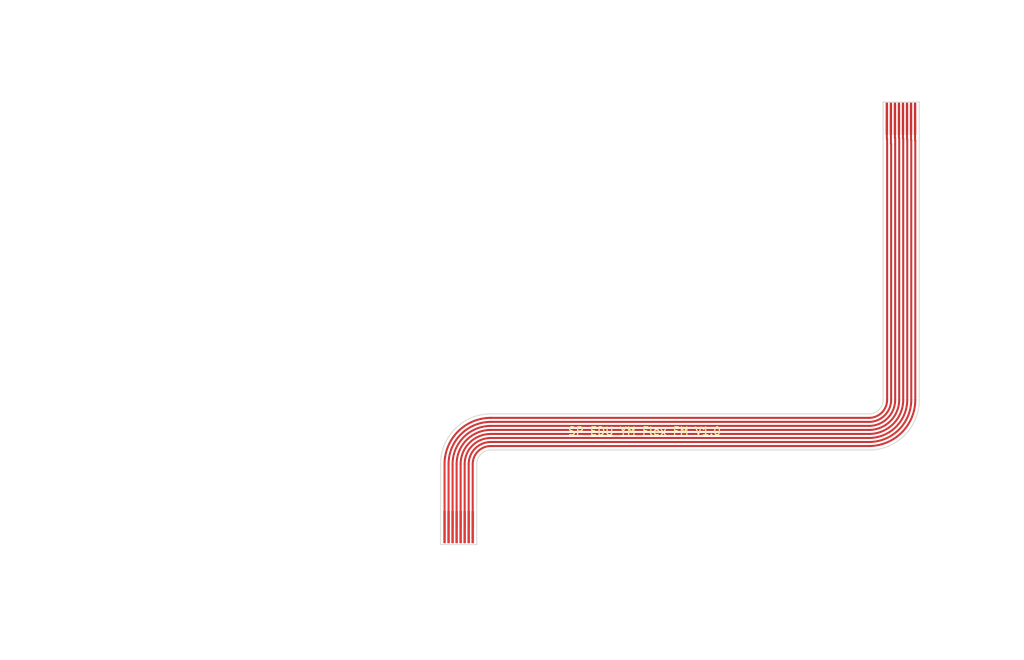
<source format=kicad_pcb>
(kicad_pcb (version 20240108) (generator "pcbnew") (generator_version "8.0")
  (layers (0 "F.Cu" signal) (31 "B.Cu" signal) (34 "B.Paste" user) (35 "F.Paste" user) (36 "B.SilkS" user "B.Silkscreen") (37 "F.SilkS" user "F.Silkscreen") (38 "B.Mask" user) (39 "F.Mask" user) (44 "Edge.Cuts" user))
  (net 0 "")
  (net 1 "8")
  (net 2 "7")
  (net 3 "6")
  (net 4 "5")
  (net 5 "4")
  (net 6 "3")
  (net 7 "2")
  (net 8 "1")
  (footprint "STS_connector:flexpcb con." (layer "F.Cu") (at 124.5 105.825 180)
    (property "Reference" "J2" (hide yes))
    (property "Value" "Conn_01x08_Male")
    (pad "1" smd rect (at 0.5 -2 180) (size 0.3 4) (layers "F.Cu" "F.Paste" "F.Mask") (net 8 "1"))
    (pad "2" smd rect (at 1 -2 180) (size 0.3 4) (layers "F.Cu" "F.Paste" "F.Mask") (net 7 "2"))
    (pad "3" smd rect (at 1.5 -2 180) (size 0.3 4) (layers "F.Cu" "F.Paste" "F.Mask") (net 6 "3"))
    (pad "4" smd rect (at 2 -2 180) (size 0.3 4) (layers "F.Cu" "F.Paste" "F.Mask") (net 5 "4"))
    (pad "5" smd rect (at 2.5 -2 180) (size 0.3 4) (layers "F.Cu" "F.Paste" "F.Mask") (net 4 "5"))
    (pad "6" smd rect (at 3 -2 180) (size 0.3 4) (layers "F.Cu" "F.Paste" "F.Mask") (net 3 "6"))
    (pad "7" smd rect (at 3.5 -2 180) (size 0.3 4) (layers "F.Cu" "F.Paste" "F.Mask") (net 2 "7"))
    (pad "8" smd rect (at 4 -2 180) (size 0.3 4) (layers "F.Cu" "F.Paste" "F.Mask") (net 1 "8"))
  )
  (footprint "STS_connector:flexpcb con." (layer "F.Cu") (at 174.9718 59.0836)
    (property "Reference" "J1" (hide yes))
    (property "Value" "Conn_01x08_Male")
    (pad "1" smd rect (at 0.5 -2) (size 0.3 4) (layers "F.Cu" "F.Paste" "F.Mask") (net 1 "8"))
    (pad "2" smd rect (at 1 -2) (size 0.3 4) (layers "F.Cu" "F.Paste" "F.Mask") (net 2 "7"))
    (pad "3" smd rect (at 1.5 -2) (size 0.3 4) (layers "F.Cu" "F.Paste" "F.Mask") (net 3 "6"))
    (pad "4" smd rect (at 2 -2) (size 0.3 4) (layers "F.Cu" "F.Paste" "F.Mask") (net 4 "5"))
    (pad "5" smd rect (at 2.5 -2) (size 0.3 4) (layers "F.Cu" "F.Paste" "F.Mask") (net 5 "4"))
    (pad "6" smd rect (at 3 -2) (size 0.3 4) (layers "F.Cu" "F.Paste" "F.Mask") (net 6 "3"))
    (pad "7" smd rect (at 3.5 -2) (size 0.3 4) (layers "F.Cu" "F.Paste" "F.Mask") (net 7 "2"))
    (pad "8" smd rect (at 4 -2) (size 0.3 4) (layers "F.Cu" "F.Paste" "F.Mask") (net 8 "1"))
  )
  (gr_arc (start 122.5 100) (mid 123.59835 97.34835) (end 126.25 96.25) (stroke (width 0.25)) (layer "F.Cu") (net 5))
  (gr_arc (start 122 100) (mid 123.244796 96.994796) (end 126.25 95.75) (stroke (width 0.25)) (layer "F.Cu") (net 4))
  (gr_arc (start 178 92) (mid 176.608757 95.358757) (end 173.25 96.75) (stroke (width 0.25)) (layer "F.Cu") (net 6))
  (gr_arc (start 123.5 100) (mid 124.305456 98.055456) (end 126.25 97.25) (stroke (width 0.25)) (layer "F.Cu") (net 7))
  (gr_arc (start 124 100) (mid 124.65901 98.40901) (end 126.25 97.75) (stroke (width 0.25)) (layer "F.Cu") (net 8))
  (gr_arc (start 121 100) (mid 122.537689 96.287689) (end 126.25 94.75) (stroke (width 0.25)) (layer "F.Cu") (net 2))
  (gr_arc (start 179 92) (mid 177.315864 96.065864) (end 173.25 97.75) (stroke (width 0.25)) (layer "F.Cu") (net 8))
  (gr_arc (start 123 100) (mid 123.951903 97.701903) (end 126.25 96.75) (stroke (width 0.25)) (layer "F.Cu") (net 6))
  (gr_arc (start 121.500006 100.050532) (mid 122.855701 96.676788) (end 126.2 95.25) (stroke (width 0.25)) (layer "F.Cu") (net 3))
  (gr_arc (start 175.5 92) (mid 174.84099 93.59099) (end 173.25 94.25) (stroke (width 0.25)) (layer "F.Cu") (net 1))
  (gr_arc (start 177 92) (mid 175.90165 94.65165) (end 173.25 95.75) (stroke (width 0.25)) (layer "F.Cu") (net 4))
  (gr_arc (start 178.5 92) (mid 176.962311 95.712311) (end 173.25 97.25) (stroke (width 0.25)) (layer "F.Cu") (net 7))
  (gr_arc (start 176 92) (mid 175.194544 93.944544) (end 173.25 94.75) (stroke (width 0.25)) (layer "F.Cu") (net 2))
  (gr_arc (start 120.5 100) (mid 122.184136 95.934136) (end 126.25 94.25) (stroke (width 0.25)) (layer "F.Cu") (net 1))
  (gr_arc (start 177.5 92) (mid 176.255204 95.005204) (end 173.25 96.25) (stroke (width 0.25)) (layer "F.Cu") (net 5))
  (gr_arc (start 176.5 92) (mid 175.548097 94.298097) (end 173.25 95.25) (stroke (width 0.25)) (layer "F.Cu") (net 3))
  (gr_arc (start 179.5 92) (mid 177.669417 96.419417) (end 173.25 98.25) (stroke (width 0.1)) (layer "Edge.Cuts"))
  (gr_line (start 120 110) (end 124.5 110) (stroke (width 0.1)) (layer "Edge.Cuts"))
  (gr_line (start 175 55) (end 179.5 55) (stroke (width 0.1)) (layer "Edge.Cuts"))
  (gr_line (start 120 110) (end 120 100) (stroke (width 0.1)) (layer "Edge.Cuts"))
  (gr_line (start 179.5 55) (end 179.5 92) (stroke (width 0.1)) (layer "Edge.Cuts"))
  (gr_line (start 126.25 98.25) (end 173.25 98.25) (stroke (width 0.1)) (layer "Edge.Cuts"))
  (gr_arc (start 175 92) (mid 174.487437 93.237437) (end 173.25 93.75) (stroke (width 0.1)) (layer "Edge.Cuts"))
  (gr_line (start 175 55) (end 175 92) (stroke (width 0.1)) (layer "Edge.Cuts"))
  (gr_arc (start 120 100) (mid 121.830583 95.580583) (end 126.25 93.75) (stroke (width 0.1)) (layer "Edge.Cuts"))
  (gr_line (start 124.5 110) (end 124.5 100) (stroke (width 0.1)) (layer "Edge.Cuts"))
  (gr_line (start 173.25 93.75) (end 126.25 93.75) (stroke (width 0.1)) (layer "Edge.Cuts"))
  (gr_arc (start 124.5 100) (mid 125.012563 98.762563) (end 126.25 98.25) (stroke (width 0.1)) (layer "Edge.Cuts"))
  (gr_text "SP_EDU_YM_Flex FM V1.0" (at 135.75 96.5 0) (layer "F.SilkS") (effects (font (size 1 1)) (justify left bottom)))
  (segment (start 120.5 107.825) (end 120.5 100) (width 0.25) (layer "F.Cu") (net 1))
  (segment (start 175.5 92) (end 175.5 59.6) (width 0.25) (layer "F.Cu") (net 1))
  (segment (start 126.25 94.25) (end 173.25 94.25) (width 0.25) (layer "F.Cu") (net 1))
  (segment (start 175.4718 59.5718) (end 175.4718 57.0836) (width 0.25) (layer "F.Cu") (net 1))
  (segment (start 175.5 59.6) (end 175.4718 59.5718) (width 0.25) (layer "F.Cu") (net 1))
  (segment (start 176 91.95) (end 176 60.2) (width 0.25) (layer "F.Cu") (net 2))
  (segment (start 175.9718 60.1718) (end 175.9718 57.0836) (width 0.25) (layer "F.Cu") (net 2))
  (segment (start 126.25 94.75) (end 173.25 94.75) (width 0.25) (layer "F.Cu") (net 2))
  (segment (start 176 60.2) (end 175.9718 60.1718) (width 0.25) (layer "F.Cu") (net 2))
  (segment (start 121 100) (end 121 107.825) (width 0.25) (layer "F.Cu") (net 2))
  (segment (start 176.4718 59.4718) (end 176.4718 57.0836) (width 0.25) (layer "F.Cu") (net 3))
  (segment (start 176.5 59.5) (end 176.4718 59.4718) (width 0.25) (layer "F.Cu") (net 3))
  (segment (start 121.5 107.825) (end 121.5 100.050538) (width 0.25) (layer "F.Cu") (net 3))
  (segment (start 126.25 95.25) (end 173.25 95.25) (width 0.25) (layer "F.Cu") (net 3))
  (segment (start 121.5 100.050538) (end 121.500006 100.050532) (width 0.25) (layer "F.Cu") (net 3))
  (segment (start 176.5 92) (end 176.5 59.5) (width 0.25) (layer "F.Cu") (net 3))
  (segment (start 122 100) (end 122 107.825) (width 0.25) (layer "F.Cu") (net 4))
  (segment (start 177 92) (end 177 59.5) (width 0.25) (layer "F.Cu") (net 4))
  (segment (start 177 59.5) (end 176.9718 59.4718) (width 0.25) (layer "F.Cu") (net 4))
  (segment (start 176.9718 59.4718) (end 176.9718 57.0836) (width 0.25) (layer "F.Cu") (net 4))
  (segment (start 126.25 95.75) (end 173.25 95.75) (width 0.25) (layer "F.Cu") (net 4))
  (segment (start 122.5 107.825) (end 122.5 100) (width 0.25) (layer "F.Cu") (net 5))
  (segment (start 177.4718 59.5218) (end 177.4718 57.0836) (width 0.25) (layer "F.Cu") (net 5))
  (segment (start 126.25 96.25) (end 173.25 96.25) (width 0.25) (layer "F.Cu") (net 5))
  (segment (start 177.5 92) (end 177.5 59.55) (width 0.25) (layer "F.Cu") (net 5))
  (segment (start 177.5 59.55) (end 177.4718 59.5218) (width 0.25) (layer "F.Cu") (net 5))
  (segment (start 123 107.825) (end 123 100) (width 0.25) (layer "F.Cu") (net 6))
  (segment (start 178 92) (end 178 59.6586) (width 0.25) (layer "F.Cu") (net 6))
  (segment (start 126.25 96.75) (end 173.25 96.75) (width 0.25) (layer "F.Cu") (net 6))
  (segment (start 177.9718 59.6304) (end 177.9718 57.0836) (width 0.25) (layer "F.Cu") (net 6))
  (segment (start 178 59.6586) (end 177.9718 59.6304) (width 0.25) (layer "F.Cu") (net 6))
  (segment (start 123.5 107.825) (end 123.5 100) (width 0.25) (layer "F.Cu") (net 7))
  (segment (start 126.25 97.25) (end 173.25 97.25) (width 0.25) (layer "F.Cu") (net 7))
  (segment (start 178.5 92) (end 178.5 59.7586) (width 0.25) (layer "F.Cu") (net 7))
  (segment (start 178.4718 59.7304) (end 178.4718 57.0836) (width 0.25) (layer "F.Cu") (net 7))
  (segment (start 178.5 59.7586) (end 178.4718 59.7304) (width 0.25) (layer "F.Cu") (net 7))
  (segment (start 124 100) (end 124 107.825) (width 0.25) (layer "F.Cu") (net 8))
  (segment (start 178.9718 59.7718) (end 178.9718 57.0836) (width 0.25) (layer "F.Cu") (net 8))
  (segment (start 179 59.8) (end 178.9718 59.7718) (width 0.25) (layer "F.Cu") (net 8))
  (segment (start 126.25 97.75) (end 173.25 97.75) (width 0.25) (layer "F.Cu") (net 8))
  (segment (start 179 92) (end 179 59.8) (width 0.25) (layer "F.Cu") (net 8))
)
</source>
